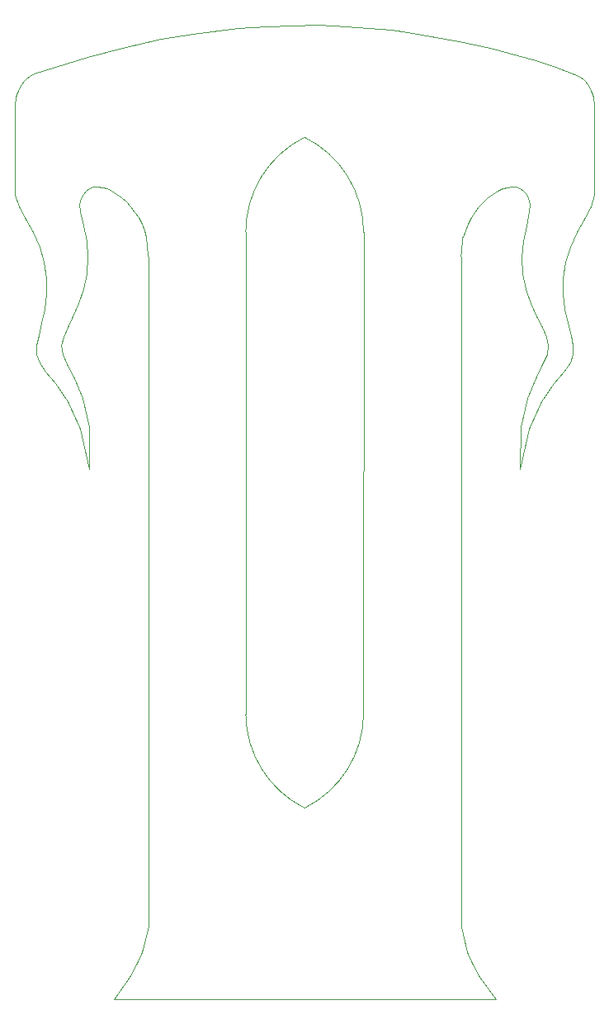
<source format=gm1>
G04 #@! TF.FileFunction,Profile,NP*
%FSLAX46Y46*%
G04 Gerber Fmt 4.6, Leading zero omitted, Abs format (unit mm)*
G04 Created by KiCad (PCBNEW 4.0.7) date 09/23/18 21:58:35*
%MOMM*%
%LPD*%
G01*
G04 APERTURE LIST*
%ADD10C,0.100000*%
G04 APERTURE END LIST*
D10*
X1991360Y94940120D02*
X1569720Y94726760D01*
X7457440Y96667320D02*
X1991360Y94940120D01*
X15046960Y98516440D02*
X11049000Y97627440D01*
X57668160Y94843600D02*
X58287920Y94482920D01*
X55463440Y95636080D02*
X57668160Y94843600D01*
X53431440Y96286320D02*
X55463440Y95636080D01*
X48834040Y97561400D02*
X53431440Y96286320D01*
X45572680Y98308160D02*
X48834040Y97561400D01*
X40345360Y99217480D02*
X45572680Y98308160D01*
X38663880Y99441000D02*
X40345360Y99217480D01*
X32816800Y99872800D02*
X38663880Y99441000D01*
X31125160Y99933760D02*
X32816800Y99872800D01*
X25831800Y99811840D02*
X31125160Y99933760D01*
X22926040Y99628960D02*
X25831800Y99811840D01*
X18364200Y99070160D02*
X22926040Y99628960D01*
X15041880Y98516440D02*
X18364200Y99070160D01*
X7457440Y96667320D02*
X11049000Y97627440D01*
X13736169Y7501919D02*
X13736169Y76178983D01*
X13045177Y79578342D02*
X13317392Y78922563D01*
X47649177Y81330087D02*
X47227071Y80788186D01*
X48103705Y81821866D02*
X47649177Y81330087D01*
X52502557Y82644971D02*
X52206217Y82988904D01*
X13317392Y78922563D02*
X13538200Y78237080D01*
X1886032Y78722485D02*
X2552462Y77234584D01*
X51854589Y83221899D02*
X51456443Y83350037D01*
X1273174Y94483809D02*
X1571638Y94729363D01*
X6825548Y82184017D02*
X7057828Y82644971D01*
X3279034Y72366703D02*
X3090867Y70815800D01*
X9986276Y82935653D02*
X10485443Y82630731D01*
X11911207Y81330087D02*
X12333314Y80788186D01*
X13539211Y78237275D02*
G75*
G02X13736169Y76178982I-10656517J-2058292D01*
G01*
X48581884Y82257441D02*
X48103705Y81821866D01*
X51020552Y83379400D02*
X50555685Y83316069D01*
X46846158Y80202244D02*
X46515208Y79578342D01*
X9004700Y83316069D02*
X9489771Y83166126D01*
X52734837Y82184017D02*
X52502557Y82644971D01*
X12714227Y80202244D02*
X13045177Y79578342D01*
X51456443Y83350037D02*
X51020552Y83379400D01*
X9489771Y83166126D02*
X9986276Y82935653D01*
X10978501Y82257441D02*
X11456680Y81821866D01*
X45823787Y76178982D02*
G75*
G02X46019720Y78232000I10853904J1D01*
G01*
X52206217Y82988904D02*
X51854589Y83221899D01*
X49574109Y82935653D02*
X49074942Y82630731D01*
X12333314Y80788186D02*
X12714227Y80202244D01*
X52828184Y80839038D02*
X52894287Y81599962D01*
X11456680Y81821866D02*
X11911207Y81330087D01*
X52517143Y79399596D02*
X52828184Y80839038D01*
X50070613Y83166126D02*
X49574109Y82935653D01*
X3210563Y64440185D02*
X4210579Y63211017D01*
X8539833Y83379400D02*
X9004700Y83316069D01*
X47227071Y80788186D02*
X46846158Y80202244D01*
X5456683Y61390807D02*
X6738444Y58605512D01*
X7705796Y83221899D02*
X8103941Y83350037D01*
X59111094Y81335358D02*
X58427034Y80083381D01*
X7354168Y82988904D02*
X7705796Y83221899D01*
X58800063Y93906849D02*
X58558623Y94208650D01*
X57006225Y65369136D02*
X56349822Y64440185D01*
X46242993Y78922563D02*
X46019720Y78232000D01*
X2787041Y69404082D02*
X2470201Y68169155D01*
X2254898Y67117148D02*
X2252560Y66212637D01*
X59499497Y91733962D02*
X59419509Y92501753D01*
X3031286Y75642902D02*
X3273510Y73998388D01*
X240055Y92875304D02*
X377407Y93236568D01*
X52894287Y81599962D02*
X52734837Y82184017D01*
X10485443Y82630731D02*
X10978501Y82257441D01*
X59499497Y82493011D02*
X59111094Y81335358D01*
X56286875Y73998388D02*
X56281351Y72366703D01*
X1001761Y94208650D02*
X1273174Y94483809D01*
X2552462Y77234584D02*
X3031286Y75642902D01*
X50555685Y83316069D02*
X50070613Y83166126D01*
X7057828Y82644971D02*
X7354168Y82988904D01*
X4210579Y63211017D02*
X5456683Y61390807D01*
X49074942Y82630731D02*
X48581884Y82257441D01*
X2554159Y65369136D02*
X3210563Y64440185D01*
X8103941Y83350037D02*
X8539833Y83379400D01*
X46515208Y79578342D02*
X46242993Y78922563D01*
X6738444Y58605512D02*
X7703630Y54391288D01*
X1133350Y80083381D02*
X1886032Y78722485D01*
X60887Y82493011D02*
X60887Y91733962D01*
X51929617Y58714014D02*
X51856755Y54391288D01*
X53450468Y63742710D02*
X52607700Y61704161D01*
X52607700Y61704161D02*
X51929617Y58714014D01*
X54174687Y65152104D02*
X53450468Y63742710D01*
X46987557Y3786452D02*
X46444086Y4878774D01*
X47723004Y2308277D02*
X46987557Y3786452D01*
X49371093Y70984D02*
X47723004Y2308277D01*
X6587006Y71414663D02*
X5997817Y70096289D01*
X29777982Y88435495D02*
G75*
G02X35824216Y78704700I-4807241J-9730794D01*
G01*
X5432454Y68953573D02*
X5004260Y67968828D01*
X29785324Y19713478D02*
G75*
G02X29744524Y19693387I-4815146J9726885D01*
G01*
X35824051Y29271491D02*
G75*
G02X29826030Y19689996I-10852748J125696D01*
G01*
X5997817Y70096289D02*
X5432454Y68953573D01*
X7387583Y77806044D02*
X7526912Y76149750D01*
X7043242Y79399596D02*
X7387583Y77806044D01*
X23743512Y29271574D02*
X23736169Y78704701D01*
X5004260Y67968828D02*
X4814928Y67084351D01*
X7423830Y74490692D02*
X7091817Y72893134D01*
X54624805Y66196714D02*
X54174687Y65152104D01*
X29815861Y19693387D02*
G75*
G02X29775061Y19713478I4774345J9746976D01*
G01*
X54745457Y67084351D02*
X54624805Y66196714D01*
X54556125Y67968828D02*
X54745457Y67084351D01*
X54127931Y68953573D02*
X54556125Y67968828D01*
X53562568Y70096289D02*
X54127931Y68953573D01*
X35816873Y29271574D02*
X35824216Y78704701D01*
X52973379Y71414663D02*
X53562568Y70096289D01*
X7526912Y76149750D02*
X7423830Y74490692D01*
X11837380Y2308277D02*
X12572827Y3786452D01*
X52468567Y72893134D02*
X52973379Y71414663D01*
X52136554Y74490692D02*
X52468567Y72893134D01*
X7091817Y72893134D02*
X6587006Y71414663D01*
X52033473Y76149750D02*
X52136554Y74490692D01*
X52172802Y77806044D02*
X52033473Y76149750D01*
X52517143Y79399596D02*
X52172802Y77806044D01*
X23732649Y78704701D02*
G75*
G02X29778960Y88437720I10856995J0D01*
G01*
X13116299Y4878774D02*
X13736169Y7501919D01*
X12572827Y3786452D02*
X13116299Y4878774D01*
X10189292Y70984D02*
X11837380Y2308277D01*
X7630768Y58714014D02*
X7703630Y54391288D01*
X6952685Y61704161D02*
X7630768Y58714014D01*
X29734355Y19689997D02*
G75*
G02X23736335Y29271491I4854727J9707190D01*
G01*
X6109917Y63742710D02*
X6952685Y61704161D01*
X5385697Y65152104D02*
X6109917Y63742710D01*
X4935580Y66196714D02*
X5385697Y65152104D01*
X4814928Y67084351D02*
X4935580Y66196714D01*
X140876Y92501753D02*
X240055Y92875304D01*
X56469517Y70815800D02*
X56773344Y69404082D01*
X377407Y93236568D02*
X551454Y93581655D01*
X3273510Y73998388D02*
X3279034Y72366703D01*
X57307824Y66212637D02*
X57006225Y65369136D01*
X57674352Y78722485D02*
X57007922Y77234584D01*
X2470201Y68169155D02*
X2254898Y67117148D01*
X6732201Y80839038D02*
X6666098Y81599962D01*
X60887Y82493011D02*
X449291Y81335358D01*
X45824216Y7501919D02*
X45824216Y76178983D01*
X59320330Y92875304D02*
X59182978Y93236568D01*
X59499497Y82493011D02*
X59499497Y91733962D01*
X59419509Y92501753D02*
X59320330Y92875304D01*
X3090867Y70815800D02*
X2787041Y69404082D01*
X59182978Y93236568D02*
X59008931Y93581655D01*
X52821941Y58605512D02*
X51856755Y54391288D01*
X56281351Y72366703D02*
X56469517Y70815800D01*
X56773344Y69404082D02*
X57090183Y68169155D01*
X2252560Y66212637D02*
X2554159Y65369136D01*
X449291Y81335358D02*
X1133350Y80083381D01*
X57007922Y77234584D02*
X56529099Y75642902D01*
X58427034Y80083381D02*
X57674352Y78722485D01*
X551454Y93581655D02*
X760322Y93906849D01*
X760322Y93906849D02*
X1001761Y94208650D01*
X57305486Y67117148D02*
X57307824Y66212637D01*
X57090183Y68169155D02*
X57305486Y67117148D01*
X7043242Y79399596D02*
X6732201Y80839038D01*
X60887Y91733962D02*
X140876Y92501753D01*
X49371093Y70984D02*
X10189292Y70984D01*
X58558623Y94208650D02*
X58287210Y94483809D01*
X56349822Y64440185D02*
X55349806Y63211017D01*
X55349806Y63211017D02*
X54103702Y61390807D01*
X59008931Y93581655D02*
X58800063Y93906849D01*
X54103702Y61390807D02*
X52821941Y58605512D01*
X56529099Y75642902D02*
X56286875Y73998388D01*
X6666098Y81599962D02*
X6825548Y82184017D01*
X46444086Y4878774D02*
X45824216Y7501919D01*
M02*

</source>
